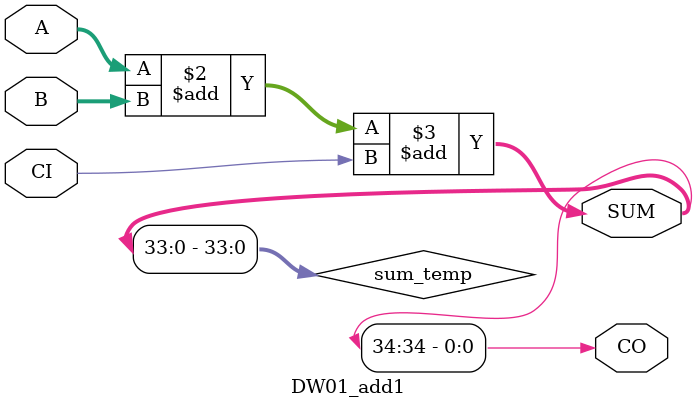
<source format=v>
module DW01_add1 (A,B,CI,SUM,CO);
  parameter width=8'b00100011;
  output [width-1 : 0] SUM;
  output CO;
  input [width-1 : 0] A;
  input [width-1 : 0] B;
  input CI;
  wire [width-1 : 0] SUM;
  reg [width-2 : 0] sum_temp;
  reg CO;
  reg c_out;
	assign SUM = {CO, sum_temp};
always @(A or B or CI)
  begin
    {CO, sum_temp} = A+B+CI;
  end
endmodule
</source>
